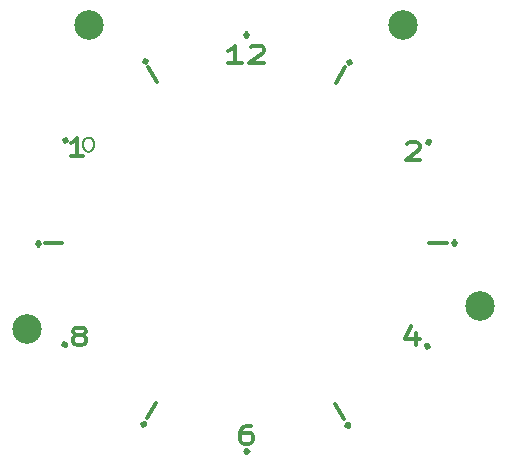
<source format=gbr>
%TF.GenerationSoftware,KiCad,Pcbnew,6.0.7-1.fc35*%
%TF.CreationDate,2022-11-04T20:07:34+01:00*%
%TF.ProjectId,Ring,52696e67-2e6b-4696-9361-645f70636258,rev?*%
%TF.SameCoordinates,Original*%
%TF.FileFunction,Copper,L1,Top*%
%TF.FilePolarity,Positive*%
%FSLAX46Y46*%
G04 Gerber Fmt 4.6, Leading zero omitted, Abs format (unit mm)*
G04 Created by KiCad (PCBNEW 6.0.7-1.fc35) date 2022-11-04 20:07:34*
%MOMM*%
%LPD*%
G01*
G04 APERTURE LIST*
%ADD10C,0.300000*%
%TA.AperFunction,NonConductor*%
%ADD11C,0.300000*%
%TD*%
%ADD12C,0.250000*%
%TA.AperFunction,NonConductor*%
%ADD13C,0.250000*%
%TD*%
%ADD14C,0.200000*%
%TA.AperFunction,NonConductor*%
%ADD15C,0.200000*%
%TD*%
%TA.AperFunction,ViaPad*%
%ADD16C,2.500000*%
%TD*%
G04 APERTURE END LIST*
D10*
D11*
X166651428Y-95100000D02*
X168151428Y-95100000D01*
D12*
D13*
X166681720Y-86421085D02*
X166612001Y-86681281D01*
X166351806Y-86611561D01*
X166421525Y-86351366D01*
X166681720Y-86421085D01*
X166351806Y-86611561D01*
D12*
D13*
X151165400Y-112536471D02*
X151355876Y-112726947D01*
X151165400Y-112917423D01*
X150974923Y-112726947D01*
X151165400Y-112536471D01*
X151165400Y-112917423D01*
D10*
D11*
X137305714Y-87698571D02*
X136334285Y-87698571D01*
X136820000Y-87698571D02*
X136820000Y-86198571D01*
X136658095Y-86412857D01*
X136496190Y-86555714D01*
X136334285Y-86627142D01*
D10*
D11*
X158650714Y-108692339D02*
X159400714Y-109991378D01*
D10*
D11*
X136849523Y-102901428D02*
X136659047Y-102830000D01*
X136563809Y-102758571D01*
X136468571Y-102615714D01*
X136468571Y-102544285D01*
X136563809Y-102401428D01*
X136659047Y-102330000D01*
X136849523Y-102258571D01*
X137230476Y-102258571D01*
X137420952Y-102330000D01*
X137516190Y-102401428D01*
X137611428Y-102544285D01*
X137611428Y-102615714D01*
X137516190Y-102758571D01*
X137420952Y-102830000D01*
X137230476Y-102901428D01*
X136849523Y-102901428D01*
X136659047Y-102972857D01*
X136563809Y-103044285D01*
X136468571Y-103187142D01*
X136468571Y-103472857D01*
X136563809Y-103615714D01*
X136659047Y-103687142D01*
X136849523Y-103758571D01*
X137230476Y-103758571D01*
X137420952Y-103687142D01*
X137516190Y-103615714D01*
X137611428Y-103472857D01*
X137611428Y-103187142D01*
X137516190Y-103044285D01*
X137420952Y-102972857D01*
X137230476Y-102901428D01*
D12*
D13*
X133698928Y-95130200D02*
X133508452Y-95320676D01*
X133317976Y-95130200D01*
X133508452Y-94939723D01*
X133698928Y-95130200D01*
X133317976Y-95130200D01*
D12*
D13*
X135598279Y-103778914D02*
X135667998Y-103518718D01*
X135928193Y-103588438D01*
X135858474Y-103848633D01*
X135598279Y-103778914D01*
X135928193Y-103588438D01*
D12*
D13*
X151140000Y-77268571D02*
X151330476Y-77459047D01*
X151140000Y-77649523D01*
X150949523Y-77459047D01*
X151140000Y-77268571D01*
X151140000Y-77649523D01*
D12*
D13*
X142461085Y-79558279D02*
X142721281Y-79627998D01*
X142651561Y-79888193D01*
X142391366Y-79818474D01*
X142461085Y-79558279D01*
X142651561Y-79888193D01*
D10*
D11*
X164748571Y-86701428D02*
X164843809Y-86630000D01*
X165034285Y-86558571D01*
X165510476Y-86558571D01*
X165700952Y-86630000D01*
X165796190Y-86701428D01*
X165891428Y-86844285D01*
X165891428Y-86987142D01*
X165796190Y-87201428D01*
X164653333Y-88058571D01*
X165891428Y-88058571D01*
D12*
D13*
X168954128Y-95079400D02*
X168763652Y-95269876D01*
X168573176Y-95079400D01*
X168763652Y-94888923D01*
X168954128Y-95079400D01*
X168573176Y-95079400D01*
D12*
D13*
X159818914Y-110641720D02*
X159558718Y-110572001D01*
X159628438Y-110311806D01*
X159888633Y-110381525D01*
X159818914Y-110641720D01*
X159628438Y-110311806D01*
D10*
D11*
X165570952Y-102728571D02*
X165570952Y-103728571D01*
X165094761Y-102157142D02*
X164618571Y-103228571D01*
X165856666Y-103228571D01*
D10*
D11*
X143519285Y-108632339D02*
X142769285Y-109931378D01*
D12*
D13*
X142354285Y-110612820D02*
X142284566Y-110352625D01*
X142544761Y-110282906D01*
X142614481Y-110543101D01*
X142354285Y-110612820D01*
X142544761Y-110282906D01*
D12*
D13*
X159925714Y-79587179D02*
X159995433Y-79847374D01*
X159735238Y-79917093D01*
X159665518Y-79656898D01*
X159925714Y-79587179D01*
X159735238Y-79917093D01*
D10*
D11*
X143619285Y-81507660D02*
X142869285Y-80208621D01*
D10*
D11*
X135588571Y-95100000D02*
X134088571Y-95100000D01*
D14*
D15*
X137719047Y-86172857D02*
X137880952Y-86172857D01*
X138042857Y-86230000D01*
X138123809Y-86287142D01*
X138204761Y-86401428D01*
X138285714Y-86630000D01*
X138285714Y-86915714D01*
X138204761Y-87144285D01*
X138123809Y-87258571D01*
X138042857Y-87315714D01*
X137880952Y-87372857D01*
X137719047Y-87372857D01*
X137557142Y-87315714D01*
X137476190Y-87258571D01*
X137395238Y-87144285D01*
X137314285Y-86915714D01*
X137314285Y-86630000D01*
X137395238Y-86401428D01*
X137476190Y-86287142D01*
X137557142Y-86230000D01*
X137719047Y-86172857D01*
D10*
D11*
X158780714Y-81517660D02*
X159530714Y-80218621D01*
D10*
D11*
X151550952Y-110578571D02*
X151170000Y-110578571D01*
X150979523Y-110650000D01*
X150884285Y-110721428D01*
X150693809Y-110935714D01*
X150598571Y-111221428D01*
X150598571Y-111792857D01*
X150693809Y-111935714D01*
X150789047Y-112007142D01*
X150979523Y-112078571D01*
X151360476Y-112078571D01*
X151550952Y-112007142D01*
X151646190Y-111935714D01*
X151741428Y-111792857D01*
X151741428Y-111435714D01*
X151646190Y-111292857D01*
X151550952Y-111221428D01*
X151360476Y-111150000D01*
X150979523Y-111150000D01*
X150789047Y-111221428D01*
X150693809Y-111292857D01*
X150598571Y-111435714D01*
D12*
D13*
X166652820Y-103885714D02*
X166392625Y-103955433D01*
X166322906Y-103695238D01*
X166583101Y-103625518D01*
X166652820Y-103885714D01*
X166322906Y-103695238D01*
D12*
D13*
X135627179Y-86314285D02*
X135887374Y-86244566D01*
X135957093Y-86504761D01*
X135696898Y-86574481D01*
X135627179Y-86314285D01*
X135957093Y-86504761D01*
D10*
D11*
X150759047Y-79888571D02*
X149616190Y-79888571D01*
X150187619Y-79888571D02*
X150187619Y-78388571D01*
X149997142Y-78602857D01*
X149806666Y-78745714D01*
X149616190Y-78817142D01*
X151520952Y-78531428D02*
X151616190Y-78460000D01*
X151806666Y-78388571D01*
X152282857Y-78388571D01*
X152473333Y-78460000D01*
X152568571Y-78531428D01*
X152663809Y-78674285D01*
X152663809Y-78817142D01*
X152568571Y-79031428D01*
X151425714Y-79888571D01*
X152663809Y-79888571D01*
D16*
%TO.N,*%
X170930000Y-100470000D03*
X137820000Y-76680000D03*
X164460000Y-76680000D03*
X132580000Y-102370000D03*
%TD*%
M02*

</source>
